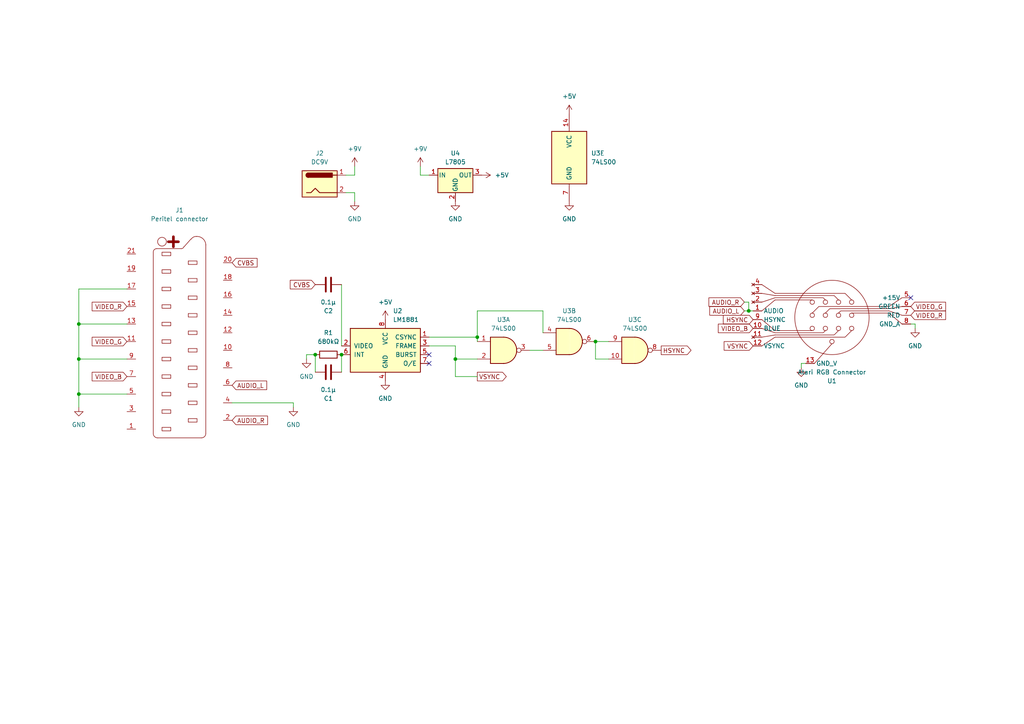
<source format=kicad_sch>
(kicad_sch (version 20230121) (generator eeschema)
  (paper "A4")
  (lib_symbols
    (symbol "74xx:74LS00" (pin_names (offset 1.016))
      (property "Reference" "U" (at 0 1.27 0))
      (property "Value" "74LS00" (at 0 -1.27 0))
      (symbol "74LS00_1_1"
        (arc (start 0 -3.81) (mid 3.7934 0) (end 0 3.81) (stroke (width 0.254)) (fill (type background)))
        (polyline (pts (xy 0 3.81) (xy -3.81 3.81) (xy -3.81 -3.81) (xy 0 -3.81)) (stroke (width 0.254)) (fill (type background)))
        (pin input line (at -7.62 2.54 0) (length 3.81) (name "~") (number "1"))
        (pin input line (at -7.62 -2.54 0) (length 3.81) (name "~") (number "2"))
        (pin output inverted (at 7.62 0 180) (length 3.81) (name "~") (number "3"))
      )
      (symbol "74LS00_1_2"
        (arc (start -3.81 -3.81) (mid -2.589 0) (end -3.81 3.81) (stroke (width 0.254)))
        (arc (start -0.6096 -3.81) (mid 2.1842 -2.5851) (end 3.81 0) (stroke (width 0.254)) (fill (type background)))
        (polyline (pts (xy -3.81 -3.81) (xy -0.635 -3.81)) (stroke (width 0.254)) (fill (type background)))
        (polyline (pts (xy -3.81 3.81) (xy -0.635 3.81)) (stroke (width 0.254)) (fill (type background)))
        (polyline (pts (xy -0.635 3.81) (xy -3.81 3.81) (xy -3.81 3.81) (xy -3.556 3.4036) (xy -3.0226 2.2606) (xy -2.6924 1.0414) (xy -2.6162 -0.254) (xy -2.7686 -1.4986) (xy -3.175 -2.7178) (xy -3.81 -3.81) (xy -3.81 -3.81) (xy -0.635 -3.81)) (stroke (width -25.4)) (fill (type background)))
        (arc (start 3.81 0) (mid 2.1915 2.5936) (end -0.6096 3.81) (stroke (width 0.254)) (fill (type background)))
        (pin input inverted (at -7.62 2.54 0) (length 4.318) (name "~") (number "1"))
        (pin input inverted (at -7.62 -2.54 0) (length 4.318) (name "~") (number "2"))
        (pin output line (at 7.62 0 180) (length 3.81) (name "~") (number "3"))
      )
      (symbol "74LS00_2_1"
        (arc (start 0 -3.81) (mid 3.7934 0) (end 0 3.81) (stroke (width 0.254)) (fill (type background)))
        (polyline (pts (xy 0 3.81) (xy -3.81 3.81) (xy -3.81 -3.81) (xy 0 -3.81)) (stroke (width 0.254)) (fill (type background)))
        (pin input line (at -7.62 2.54 0) (length 3.81) (name "~") (number "4"))
        (pin input line (at -7.62 -2.54 0) (length 3.81) (name "~") (number "5"))
        (pin output inverted (at 7.62 0 180) (length 3.81) (name "~") (number "6"))
      )
      (symbol "74LS00_2_2"
        (arc (start -3.81 -3.81) (mid -2.589 0) (end -3.81 3.81) (stroke (width 0.254)))
        (arc (start -0.6096 -3.81) (mid 2.1842 -2.5851) (end 3.81 0) (stroke (width 0.254)) (fill (type background)))
        (polyline (pts (xy -3.81 -3.81) (xy -0.635 -3.81)) (stroke (width 0.254)) (fill (type background)))
        (polyline (pts (xy -3.81 3.81) (xy -0.635 3.81)) (stroke (width 0.254)) (fill (type background)))
        (polyline (pts (xy -0.635 3.81) (xy -3.81 3.81) (xy -3.81 3.81) (xy -3.556 3.4036) (xy -3.0226 2.2606) (xy -2.6924 1.0414) (xy -2.6162 -0.254) (xy -2.7686 -1.4986) (xy -3.175 -2.7178) (xy -3.81 -3.81) (xy -3.81 -3.81) (xy -0.635 -3.81)) (stroke (width -25.4)) (fill (type background)))
        (arc (start 3.81 0) (mid 2.1915 2.5936) (end -0.6096 3.81) (stroke (width 0.254)) (fill (type background)))
        (pin input inverted (at -7.62 2.54 0) (length 4.318) (name "~") (number "4"))
        (pin input inverted (at -7.62 -2.54 0) (length 4.318) (name "~") (number "5"))
        (pin output line (at 7.62 0 180) (length 3.81) (name "~") (number "6"))
      )
      (symbol "74LS00_3_1"
        (arc (start 0 -3.81) (mid 3.7934 0) (end 0 3.81) (stroke (width 0.254)) (fill (type background)))
        (polyline (pts (xy 0 3.81) (xy -3.81 3.81) (xy -3.81 -3.81) (xy 0 -3.81)) (stroke (width 0.254)) (fill (type background)))
        (pin input line (at -7.62 -2.54 0) (length 3.81) (name "~") (number "10"))
        (pin output inverted (at 7.62 0 180) (length 3.81) (name "~") (number "8"))
        (pin input line (at -7.62 2.54 0) (length 3.81) (name "~") (number "9"))
      )
      (symbol "74LS00_3_2"
        (arc (start -3.81 -3.81) (mid -2.589 0) (end -3.81 3.81) (stroke (width 0.254)))
        (arc (start -0.6096 -3.81) (mid 2.1842 -2.5851) (end 3.81 0) (stroke (width 0.254)) (fill (type background)))
        (polyline (pts (xy -3.81 -3.81) (xy -0.635 -3.81)) (stroke (width 0.254)) (fill (type background)))
        (polyline (pts (xy -3.81 3.81) (xy -0.635 3.81)) (stroke (width 0.254)) (fill (type background)))
        (polyline (pts (xy -0.635 3.81) (xy -3.81 3.81) (xy -3.81 3.81) (xy -3.556 3.4036) (xy -3.0226 2.2606) (xy -2.6924 1.0414) (xy -2.6162 -0.254) (xy -2.7686 -1.4986) (xy -3.175 -2.7178) (xy -3.81 -3.81) (xy -3.81 -3.81) (xy -0.635 -3.81)) (stroke (width -25.4)) (fill (type background)))
        (arc (start 3.81 0) (mid 2.1915 2.5936) (end -0.6096 3.81) (stroke (width 0.254)) (fill (type background)))
        (pin input inverted (at -7.62 -2.54 0) (length 4.318) (name "~") (number "10"))
        (pin output line (at 7.62 0 180) (length 3.81) (name "~") (number "8"))
        (pin input inverted (at -7.62 2.54 0) (length 4.318) (name "~") (number "9"))
      )
      (symbol "74LS00_4_1"
        (arc (start 0 -3.81) (mid 3.7934 0) (end 0 3.81) (stroke (width 0.254)) (fill (type background)))
        (polyline (pts (xy 0 3.81) (xy -3.81 3.81) (xy -3.81 -3.81) (xy 0 -3.81)) (stroke (width 0.254)) (fill (type background)))
        (pin output inverted (at 7.62 0 180) (length 3.81) (name "~") (number "11"))
        (pin input line (at -7.62 2.54 0) (length 3.81) (name "~") (number "12"))
        (pin input line (at -7.62 -2.54 0) (length 3.81) (name "~") (number "13"))
      )
      (symbol "74LS00_4_2"
        (arc (start -3.81 -3.81) (mid -2.589 0) (end -3.81 3.81) (stroke (width 0.254)))
        (arc (start -0.6096 -3.81) (mid 2.1842 -2.5851) (end 3.81 0) (stroke (width 0.254)) (fill (type background)))
        (polyline (pts (xy -3.81 -3.81) (xy -0.635 -3.81)) (stroke (width 0.254)) (fill (type background)))
        (polyline (pts (xy -3.81 3.81) (xy -0.635 3.81)) (stroke (width 0.254)) (fill (type background)))
        (polyline (pts (xy -0.635 3.81) (xy -3.81 3.81) (xy -3.81 3.81) (xy -3.556 3.4036) (xy -3.0226 2.2606) (xy -2.6924 1.0414) (xy -2.6162 -0.254) (xy -2.7686 -1.4986) (xy -3.175 -2.7178) (xy -3.81 -3.81) (xy -3.81 -3.81) (xy -0.635 -3.81)) (stroke (width -25.4)) (fill (type background)))
        (arc (start 3.81 0) (mid 2.1915 2.5936) (end -0.6096 3.81) (stroke (width 0.254)) (fill (type background)))
        (pin output line (at 7.62 0 180) (length 3.81) (name "~") (number "11"))
        (pin input inverted (at -7.62 2.54 0) (length 4.318) (name "~") (number "12"))
        (pin input inverted (at -7.62 -2.54 0) (length 4.318) (name "~") (number "13"))
      )
      (symbol "74LS00_5_0"
        (pin power_in line (at 0 12.7 270) (length 5.08) (name "VCC") (number "14"))
        (pin power_in line (at 0 -12.7 90) (length 5.08) (name "GND") (number "7"))
      )
      (symbol "74LS00_5_1"
        (rectangle (start -5.08 7.62) (end 5.08 -7.62) (stroke (width 0.254)) (fill (type background)))
      )
    )
    (symbol "Connector:Barrel_Jack" (pin_names (offset 1.016))
      (property "Reference" "J" (at 0 5.334 0))
      (property "Value" "Barrel_Jack" (at 0 -5.08 0))
      (symbol "Barrel_Jack_0_1"
        (rectangle (start -5.08 3.81) (end 5.08 -3.81) (stroke (width 0.254)) (fill (type background)))
        (arc (start -3.302 3.175) (mid -3.9343 2.54) (end -3.302 1.905) (stroke (width 0.254)))
        (arc (start -3.302 3.175) (mid -3.9343 2.54) (end -3.302 1.905) (stroke (width 0.254)) (fill (type outline)))
        (polyline (pts (xy 5.08 2.54) (xy 3.81 2.54)) (stroke (width 0.254)))
        (polyline (pts (xy -3.81 -2.54) (xy -2.54 -2.54) (xy -1.27 -1.27) (xy 0 -2.54) (xy 2.54 -2.54) (xy 5.08 -2.54)) (stroke (width 0.254)))
        (rectangle (start 3.683 3.175) (end -3.302 1.905) (stroke (width 0.254)) (fill (type outline)))
      )
      (symbol "Barrel_Jack_1_1"
        (pin passive line (at 7.62 2.54 180) (length 2.54) (name "~") (number "1"))
        (pin passive line (at 7.62 -2.54 180) (length 2.54) (name "~") (number "2"))
      )
    )
    (symbol "Connector:SCART-F" (pin_names (offset 0.762) hide)
      (property "Reference" "J" (at 0 31.75 0))
      (property "Value" "SCART-F" (at 1.016 -29.21 0))
      (symbol "SCART-F_0_1"
        (arc (start -7.62 -26.67) (mid -7.248 -27.568) (end -6.35 -27.94))
        (arc (start -6.604 26.9494) (mid -7.3224 26.6518) (end -7.62 25.9334))
        (rectangle (start -5.08 -24.892) (end -2.54 -25.908))
        (rectangle (start -5.08 -19.812) (end -2.54 -20.828))
        (rectangle (start -5.08 -14.732) (end -2.54 -15.748))
        (rectangle (start -5.08 -9.652) (end -2.54 -10.668))
        (rectangle (start -5.08 -4.572) (end -2.54 -5.588))
        (rectangle (start -5.08 0.508) (end -2.54 -0.508))
        (rectangle (start -5.08 5.588) (end -2.54 4.572))
        (rectangle (start -5.08 10.668) (end -2.54 9.652))
        (rectangle (start -5.08 15.748) (end -2.54 14.732))
        (rectangle (start -5.08 20.828) (end -2.54 19.812))
        (rectangle (start -5.08 25.908) (end -2.54 24.892))
        (circle (center -5.08 28.956) (radius 1.27))
        (polyline (pts (xy -7.62 22.86) (xy -7.62 -26.67)))
        (polyline (pts (xy -7.62 22.86) (xy -7.62 24.13)))
        (polyline (pts (xy -7.62 24.6634) (xy -7.62 24.13)))
        (polyline (pts (xy -7.62 24.6634) (xy -7.62 25.9334)))
        (polyline (pts (xy -6.604 26.9494) (xy 0.508 26.9494)))
        (polyline (pts (xy -6.35 -27.94) (xy 6.35 -27.94)))
        (polyline (pts (xy 3.302 29.718) (xy 1.27 27.432)))
        (polyline (pts (xy 4.826 30.48) (xy 5.08 30.48)))
        (polyline (pts (xy 7.62 -26.67) (xy 7.62 28.2194)))
        (arc (start 0.508 26.924) (mid 0.9569 27.0702) (end 1.2192 27.4574))
        (rectangle (start 2.54 -22.352) (end 5.08 -23.368))
        (rectangle (start 2.54 -17.272) (end 5.08 -18.288))
        (rectangle (start 2.54 -12.192) (end 5.08 -13.208))
        (rectangle (start 2.54 -7.112) (end 5.08 -8.128))
        (rectangle (start 2.54 -2.032) (end 5.08 -3.048))
        (rectangle (start 2.54 3.048) (end 5.08 2.032))
        (rectangle (start 2.54 8.128) (end 5.08 7.112))
        (rectangle (start 2.54 13.208) (end 5.08 12.192))
        (rectangle (start 2.54 18.288) (end 5.08 17.272))
        (rectangle (start 2.54 23.368) (end 5.08 22.352))
        (arc (start 4.826 30.48) (mid 3.999 30.2726) (end 3.3782 29.6926))
        (arc (start 6.35 -27.94) (mid 7.248 -27.568) (end 7.62 -26.67))
        (arc (start 7.62 27.94) (mid 6.8761 29.7361) (end 5.08 30.48))
        (text "+" (at -1.778 29.21 0) (effects (font (size 3.81 3.81) bold)))
      )
      (symbol "SCART-F_1_1"
        (pin passive line (at -15.24 -25.4 0) (length 2.54) (name "P1") (number "1"))
        (pin passive line (at 15.24 -2.54 180) (length 2.54) (name "P10") (number "10"))
        (pin passive line (at -15.24 0 0) (length 2.54) (name "P11") (number "11"))
        (pin passive line (at 15.24 2.54 180) (length 2.54) (name "P12") (number "12"))
        (pin passive line (at -15.24 5.08 0) (length 2.54) (name "P13") (number "13"))
        (pin passive line (at 15.24 7.62 180) (length 2.54) (name "P14") (number "14"))
        (pin passive line (at -15.24 10.16 0) (length 2.54) (name "P15") (number "15"))
        (pin passive line (at 15.24 12.7 180) (length 2.54) (name "P16") (number "16"))
        (pin passive line (at -15.24 15.24 0) (length 2.54) (name "P17") (number "17"))
        (pin passive line (at 15.24 17.78 180) (length 2.54) (name "P18") (number "18"))
        (pin passive line (at -15.24 20.32 0) (length 2.54) (name "P19") (number "19"))
        (pin passive line (at 15.24 -22.86 180) (length 2.54) (name "P2") (number "2"))
        (pin passive line (at 15.24 22.86 180) (length 2.54) (name "P20") (number "20"))
        (pin passive line (at -15.24 25.4 0) (length 2.54) (name "P21") (number "21"))
        (pin passive line (at -15.24 -20.32 0) (length 2.54) (name "P3") (number "3"))
        (pin passive line (at 15.24 -17.78 180) (length 2.54) (name "P4") (number "4"))
        (pin passive line (at -15.24 -15.24 0) (length 2.54) (name "P5") (number "5"))
        (pin passive line (at 15.24 -12.7 180) (length 2.54) (name "P6") (number "6"))
        (pin passive line (at -15.24 -10.16 0) (length 2.54) (name "P7") (number "7"))
        (pin passive line (at 15.24 -7.62 180) (length 2.54) (name "P8") (number "8"))
        (pin passive line (at -15.24 -5.08 0) (length 2.54) (name "P9") (number "9"))
      )
    )
    (symbol "Device:C" (pin_numbers hide) (pin_names (offset 0.254))
      (property "Reference" "C" (at 0.635 2.54 0))
      (property "Value" "C" (at 0.635 -2.54 0))
      (symbol "C_0_1"
        (polyline (pts (xy -2.032 -0.762) (xy 2.032 -0.762)) (stroke (width 0.508)))
        (polyline (pts (xy -2.032 0.762) (xy 2.032 0.762)) (stroke (width 0.508)))
      )
      (symbol "C_1_1"
        (pin passive line (at 0 3.81 270) (length 2.794) (name "~") (number "1"))
        (pin passive line (at 0 -3.81 90) (length 2.794) (name "~") (number "2"))
      )
    )
    (symbol "Device:R" (pin_numbers hide) (pin_names (offset 0))
      (property "Reference" "R" (at 2.032 0 90))
      (property "Value" "R" (at 0 0 90))
      (symbol "R_0_1"
        (rectangle (start -1.016 -2.54) (end 1.016 2.54) (stroke (width 0.254)))
      )
      (symbol "R_1_1"
        (pin passive line (at 0 3.81 270) (length 1.27) (name "~") (number "1"))
        (pin passive line (at 0 -3.81 90) (length 1.27) (name "~") (number "2"))
      )
    )
    (symbol "Regulator_Linear:L7805" (pin_names (offset 0.254))
      (property "Reference" "U" (at -3.81 3.175 0))
      (property "Value" "L7805" (at 0 3.175 0))
      (symbol "L7805_0_1"
        (rectangle (start -5.08 1.905) (end 5.08 -5.08) (stroke (width 0.254)) (fill (type background)))
      )
      (symbol "L7805_1_1"
        (pin power_in line (at -7.62 0 0) (length 2.54) (name "IN") (number "1"))
        (pin power_in line (at 0 -7.62 90) (length 2.54) (name "GND") (number "2"))
        (pin power_out line (at 7.62 0 180) (length 2.54) (name "OUT") (number "3"))
      )
    )
    (symbol "Video:LM1881" (pin_names (offset 1.016))
      (property "Reference" "U" (at -8.89 8.89 0))
      (property "Value" "LM1881" (at 6.35 8.89 0))
      (symbol "LM1881_0_1"
        (rectangle (start -10.16 7.62) (end 10.16 -5.08) (stroke (width 0.254)) (fill (type background)))
      )
      (symbol "LM1881_1_1"
        (pin output line (at 12.7 5.08 180) (length 2.54) (name "CSYNC") (number "1"))
        (pin input line (at -12.7 2.54 0) (length 2.54) (name "VIDEO") (number "2"))
        (pin output line (at 12.7 2.54 180) (length 2.54) (name "FRAME") (number "3"))
        (pin power_in line (at 0 -7.62 90) (length 2.54) (name "GND") (number "4"))
        (pin output line (at 12.7 0 180) (length 2.54) (name "BURST") (number "5"))
        (pin input line (at -12.7 0 0) (length 2.54) (name "INT") (number "6"))
        (pin output line (at 12.7 -2.54 180) (length 2.54) (name "O/E") (number "7"))
        (pin power_in line (at 0 10.16 270) (length 2.54) (name "VCC") (number "8"))
      )
    )
    (symbol "power:+5V" (power) (pin_names (offset 0))
      (property "Value" "+5V" (at 0 3.556 0))
      (symbol "+5V_0_1"
        (polyline (pts (xy -0.762 1.27) (xy 0 2.54)))
        (polyline (pts (xy 0 0) (xy 0 2.54)))
        (polyline (pts (xy 0 2.54) (xy 0.762 1.27)))
      )
      (symbol "+5V_1_1"
        (pin power_in line (at 0 0 90) (length 0) hide (name "+5V") (number "1"))
      )
    )
    (symbol "power:+9V" (power) (pin_names (offset 0))
      (property "Value" "+9V" (at 0 3.556 0))
      (symbol "+9V_0_1"
        (polyline (pts (xy -0.762 1.27) (xy 0 2.54)))
        (polyline (pts (xy 0 0) (xy 0 2.54)))
        (polyline (pts (xy 0 2.54) (xy 0.762 1.27)))
      )
      (symbol "+9V_1_1"
        (pin power_in line (at 0 0 90) (length 0) hide (name "+9V") (number "1"))
      )
    )
    (symbol "power:GND" (power) (pin_names (offset 0))
      (property "Value" "GND" (at 0 -3.81 0))
      (symbol "GND_0_1"
        (polyline (pts (xy 0 0) (xy 0 -1.27) (xy 1.27 -1.27) (xy 0 -2.54) (xy -1.27 -1.27) (xy 0 -1.27)))
      )
      (symbol "GND_1_1"
        (pin power_in line (at 0 0 270) (length 0) hide (name "GND") (number "1"))
      )
    )
    (symbol "sc1224-scart:DIN-13"
      (property "Reference" "U" (at 0 -14.605 0))
      (property "Value" "DIN-13" (at 0 -12.7 0))
      (symbol "DIN-13_0_1"
        (circle (center -5.715 -5.08) (radius 0.635))
        (circle (center -5.715 -1.27) (radius 0.635))
        (circle (center -5.715 2.54) (radius 0.635))
        (circle (center -1.905 -5.08) (radius 0.635))
        (circle (center -1.905 -1.27) (radius 0.635))
        (circle (center -1.905 2.54) (radius 0.635))
        (circle (center 0 -0.635) (radius 10.7763))
        (polyline (pts (xy -20.32 -3.81) (xy -16.51 -3.175)))
        (polyline (pts (xy -20.32 -1.27) (xy -16.51 -2.54)))
        (polyline (pts (xy -20.32 1.27) (xy -16.51 -1.905)))
        (polyline (pts (xy -16.51 -3.81) (xy -20.32 -6.35)))
        (polyline (pts (xy -5.715 -1.905) (xy -16.51 -1.905)))
        (polyline (pts (xy 5.08 12.7) (xy 0 6.985)))
        (polyline (pts (xy 5.715 -5.715) (xy 16.51 -5.715)))
        (polyline (pts (xy 5.715 3.175) (xy 16.51 3.175)))
        (polyline (pts (xy 16.51 -7.62) (xy 20.32 -10.16)))
        (polyline (pts (xy 16.51 5.08) (xy 20.32 7.62)))
        (polyline (pts (xy 20.32 -7.62) (xy 16.51 -6.985)))
        (polyline (pts (xy 20.32 -5.08) (xy 16.51 -6.35)))
        (polyline (pts (xy 20.32 -2.54) (xy 16.51 -5.715)))
        (polyline (pts (xy 20.32 0) (xy 16.51 3.175)))
        (polyline (pts (xy 20.32 2.54) (xy 16.51 3.81)))
        (polyline (pts (xy 20.32 5.08) (xy 16.51 4.445)))
        (polyline (pts (xy -5.715 -5.715) (xy -3.81 -7.62) (xy 16.51 -7.62)))
        (polyline (pts (xy -5.715 3.175) (xy -3.81 5.08) (xy 16.51 5.08)))
        (polyline (pts (xy -1.905 -5.715) (xy -0.635 -6.985) (xy 16.51 -6.985)))
        (polyline (pts (xy -1.905 -1.905) (xy -2.54 -2.54) (xy -16.51 -2.54)))
        (polyline (pts (xy -1.905 3.175) (xy -0.635 4.445) (xy 16.51 4.445)))
        (polyline (pts (xy 1.905 -5.715) (xy 2.54 -6.35) (xy 16.51 -6.35)))
        (polyline (pts (xy 1.905 -1.905) (xy 0.635 -3.175) (xy -16.51 -3.175)))
        (polyline (pts (xy 1.905 3.175) (xy 2.54 3.81) (xy 16.51 3.81)))
        (polyline (pts (xy 5.715 -1.905) (xy 3.81 -3.81) (xy -16.51 -3.81)))
        (circle (center 0 6.35) (radius 0.635))
        (circle (center 1.905 -5.08) (radius 0.635))
        (circle (center 1.905 -1.27) (radius 0.635))
        (circle (center 1.905 2.54) (radius 0.635))
        (circle (center 5.715 -5.08) (radius 0.635))
        (circle (center 5.715 -1.27) (radius 0.635))
        (circle (center 5.715 2.54) (radius 0.635))
      )
      (symbol "DIN-13_1_1"
        (pin input line (at 22.86 -2.54 180) (length 2.54) (name "AUDIO") (number "1"))
        (pin input line (at 22.86 2.54 180) (length 2.54) (name "BLUE") (number "10"))
        (pin no_connect line (at 22.86 5.08 180) (length 2.54) (name "") (number "11"))
        (pin input line (at 22.86 7.62 180) (length 2.54) (name "VSYNC") (number "12"))
        (pin power_in line (at 7.62 12.7 180) (length 2.54) (name "GND_V") (number "13"))
        (pin no_connect line (at 22.86 -5.08 180) (length 2.54) (name "") (number "2"))
        (pin no_connect line (at 22.86 -7.62 180) (length 2.54) (name "") (number "3"))
        (pin no_connect line (at 22.86 -10.16 180) (length 2.54) (name "") (number "4"))
        (pin power_in line (at -22.86 -6.35 0) (length 2.54) (name "+15V") (number "5"))
        (pin input line (at -22.86 -3.81 0) (length 2.54) (name "GREEN") (number "6"))
        (pin input line (at -22.86 -1.27 0) (length 2.54) (name "RED") (number "7"))
        (pin power_in line (at -22.86 1.27 0) (length 2.54) (name "GND_A") (number "8"))
        (pin input line (at 22.86 0 180) (length 2.54) (name "HSYNC") (number "9"))
      )
    )
  )
  (junction (at 99.06 102.87))
  (junction (at 22.86 104.14))
  (junction (at 22.86 93.98))
  (junction (at 22.86 114.3))
  (junction (at 217.17 90.17))
  (junction (at 138.43 97.79))
  (junction (at 91.44 102.87))
  (junction (at 132.08 104.14))
  (junction (at 172.72 99.06))
  (no_connect (at 124.46 105.41))
  (no_connect (at 264.16 86.36))
  (no_connect (at 124.46 102.87))
  (wire (pts (xy 100.33 55.88) (xy 102.87 55.88)))
  (wire (pts (xy 215.9 90.17) (xy 217.17 90.17)))
  (wire (pts (xy 22.86 93.98) (xy 22.86 104.14)))
  (wire (pts (xy 138.43 90.17) (xy 157.48 90.17)))
  (wire (pts (xy 22.86 104.14) (xy 36.83 104.14)))
  (wire (pts (xy 153.67 101.6) (xy 157.48 101.6)))
  (wire (pts (xy 88.9 102.87) (xy 91.44 102.87)))
  (wire (pts (xy 232.41 106.68) (xy 232.41 105.41)))
  (wire (pts (xy 85.09 116.84) (xy 67.31 116.84)))
  (wire (pts (xy 172.72 104.14) (xy 176.53 104.14)))
  (wire (pts (xy 22.86 114.3) (xy 22.86 118.11)))
  (wire (pts (xy 132.08 104.14) (xy 138.43 104.14)))
  (wire (pts (xy 138.43 97.79) (xy 138.43 99.06)))
  (wire (pts (xy 217.17 90.17) (xy 217.17 87.63)))
  (wire (pts (xy 132.08 100.33) (xy 132.08 104.14)))
  (wire (pts (xy 121.92 48.26) (xy 121.92 50.8)))
  (wire (pts (xy 124.46 97.79) (xy 138.43 97.79)))
  (wire (pts (xy 172.72 99.06) (xy 172.72 104.14)))
  (wire (pts (xy 265.43 93.98) (xy 264.16 93.98)))
  (wire (pts (xy 124.46 100.33) (xy 132.08 100.33)))
  (wire (pts (xy 99.06 82.55) (xy 99.06 100.33)))
  (wire (pts (xy 121.92 50.8) (xy 124.46 50.8)))
  (wire (pts (xy 22.86 104.14) (xy 22.86 114.3)))
  (wire (pts (xy 132.08 104.14) (xy 132.08 109.22)))
  (wire (pts (xy 99.06 102.87) (xy 99.06 107.95)))
  (wire (pts (xy 91.44 102.87) (xy 91.44 107.95)))
  (wire (pts (xy 265.43 93.98) (xy 265.43 95.25)))
  (wire (pts (xy 102.87 50.8) (xy 102.87 48.26)))
  (wire (pts (xy 172.72 99.06) (xy 176.53 99.06)))
  (wire (pts (xy 22.86 114.3) (xy 36.83 114.3)))
  (wire (pts (xy 157.48 90.17) (xy 157.48 96.52)))
  (wire (pts (xy 217.17 87.63) (xy 215.9 87.63)))
  (wire (pts (xy 132.08 109.22) (xy 138.43 109.22)))
  (wire (pts (xy 22.86 93.98) (xy 36.83 93.98)))
  (wire (pts (xy 22.86 83.82) (xy 36.83 83.82)))
  (wire (pts (xy 232.41 105.41) (xy 233.68 105.41)))
  (wire (pts (xy 218.44 90.17) (xy 217.17 90.17)))
  (wire (pts (xy 88.9 104.14) (xy 88.9 102.87)))
  (wire (pts (xy 138.43 97.79) (xy 138.43 90.17)))
  (wire (pts (xy 85.09 118.11) (xy 85.09 116.84)))
  (wire (pts (xy 102.87 55.88) (xy 102.87 58.42)))
  (wire (pts (xy 22.86 83.82) (xy 22.86 93.98)))
  (wire (pts (xy 100.33 50.8) (xy 102.87 50.8)))
  (global_label "AUDIO_R" (shape input) (at 215.9 87.63 180) (property "Intersheetrefs" "${INTERSHEET_REFS}" (effects hide)))
  (global_label "VIDEO_R" (shape input) (at 36.83 88.9 180) (property "Intersheetrefs" "${INTERSHEET_REFS}" (effects hide)))
  (global_label "CVBS" (shape input) (at 91.44 82.55 180) (property "Intersheetrefs" "${INTERSHEET_REFS}" (effects hide)))
  (global_label "CVBS" (shape input) (at 67.31 76.2 0) (property "Intersheetrefs" "${INTERSHEET_REFS}" (effects hide)))
  (global_label "VIDEO_G" (shape input) (at 36.83 99.06 180) (property "Intersheetrefs" "${INTERSHEET_REFS}" (effects hide)))
  (global_label "VIDEO_G" (shape input) (at 264.16 88.9 0) (property "Intersheetrefs" "${INTERSHEET_REFS}" (effects hide)))
  (global_label "HSYNC" (shape output) (at 191.77 101.6 0) (property "Intersheetrefs" "${INTERSHEET_REFS}" (effects hide)))
  (global_label "VSYNC" (shape input) (at 218.44 100.33 180) (property "Intersheetrefs" "${INTERSHEET_REFS}" (effects hide)))
  (global_label "AUDIO_R" (shape input) (at 67.31 121.92 0) (property "Intersheetrefs" "${INTERSHEET_REFS}" (effects hide)))
  (global_label "VIDEO_B" (shape input) (at 218.44 95.25 180) (property "Intersheetrefs" "${INTERSHEET_REFS}" (effects hide)))
  (global_label "VIDEO_R" (shape input) (at 264.16 91.44 0) (property "Intersheetrefs" "${INTERSHEET_REFS}" (effects hide)))
  (global_label "VSYNC" (shape output) (at 138.43 109.22 0) (property "Intersheetrefs" "${INTERSHEET_REFS}" (effects hide)))
  (global_label "VIDEO_B" (shape input) (at 36.83 109.22 180) (property "Intersheetrefs" "${INTERSHEET_REFS}" (effects hide)))
  (global_label "AUDIO_L" (shape input) (at 215.9 90.17 180) (property "Intersheetrefs" "${INTERSHEET_REFS}" (effects hide)))
  (global_label "AUDIO_L" (shape input) (at 67.31 111.76 0) (property "Intersheetrefs" "${INTERSHEET_REFS}" (effects hide)))
  (global_label "HSYNC" (shape input) (at 218.44 92.71 180) (property "Intersheetrefs" "${INTERSHEET_REFS}" (effects hide)))
  (symbol (lib_id "Device:C") (at 95.25 82.55 90) (unit 1)
    (property "Reference" "C2" (at 95.25 90.17 90))
    (property "Value" "0.1µ" (at 95.25 87.63 90))
    (property "Footprint" "Capacitor_Tantalum_SMD:CP_EIA-2012-15_AVX-P_Pad1.30x1.05mm_HandSolder" (effects hide))
  )
  (symbol (lib_id "Device:C") (at 95.25 107.95 90) (unit 1)
    (property "Reference" "C1" (at 95.25 115.57 90))
    (property "Value" "0.1µ" (at 95.25 113.03 90))
    (property "Footprint" "Capacitor_Tantalum_SMD:CP_EIA-2012-15_AVX-P_Pad1.30x1.05mm_HandSolder" (effects hide))
  )
  (symbol (lib_id "power:GND") (at 85.09 118.11 0) (unit 1)
    (property "Reference" "#PWR013" (effects hide))
    (property "Value" "GND" (at 85.09 123.19 0))
  )
  (symbol (lib_id "Device:R") (at 95.25 102.87 90) (unit 1)
    (property "Reference" "R1" (at 95.25 96.52 90))
    (property "Value" "680kΩ" (at 95.25 99.06 90))
    (property "Footprint" "Resistor_SMD:R_0805_2012Metric_Pad1.20x1.40mm_HandSolder" (effects hide))
  )
  (symbol (lib_id "74xx:74LS00") (at 184.15 101.6 0) (unit 3)
    (property "Reference" "U3" (at 184.1417 92.71 0))
    (property "Value" "74LS00" (at 184.1417 95.25 0))
    (property "Footprint" "Package_SO:SSOP-14_5.3x6.2mm_P0.65mm" (effects hide))
    (property "Datasheet" "http://www.ti.com/lit/gpn/sn74ls00" (effects hide))
  )
  (symbol (lib_id "power:GND") (at 165.1 58.42 0) (unit 1)
    (property "Reference" "#PWR05" (effects hide))
    (property "Value" "GND" (at 165.1 63.5 0))
  )
  (symbol (lib_id "power:+5V") (at 111.76 92.71 0) (unit 1)
    (property "Reference" "#PWR08" (effects hide))
    (property "Value" "+5V" (at 111.76 87.63 0))
  )
  (symbol (lib_id "power:+9V") (at 121.92 48.26 0) (unit 1)
    (property "Reference" "#PWR014" (effects hide))
    (property "Value" "+9V" (at 121.92 43.18 0))
  )
  (symbol (lib_id "Regulator_Linear:L7805") (at 132.08 50.8 0) (unit 1)
    (property "Reference" "U4" (at 132.08 44.45 0))
    (property "Value" "L7805" (at 132.08 46.99 0))
    (property "Footprint" "Connector_PinHeader_2.54mm:PinHeader_1x03_P2.54mm_Vertical" (effects hide))
    (property "Datasheet" "http://www.st.com/content/ccc/resource/technical/document/datasheet/41/4f/b3/b0/12/d4/47/88/CD00000444.pdf/files/CD00000444.pdf/jcr:content/translations/en.CD00000444.pdf" (effects hide))
  )
  (symbol (lib_id "power:GND") (at 102.87 58.42 0) (unit 1)
    (property "Reference" "#PWR015" (effects hide))
    (property "Value" "GND" (at 102.87 63.5 0))
  )
  (symbol (lib_id "74xx:74LS00") (at 165.1 45.72 0) (unit 5)
    (property "Reference" "U3" (at 171.45 44.45 0) (effects (justify left)))
    (property "Value" "74LS00" (at 171.45 46.99 0) (effects (justify left)))
    (property "Footprint" "Package_SO:SSOP-14_5.3x6.2mm_P0.65mm" (effects hide))
    (property "Datasheet" "http://www.ti.com/lit/gpn/sn74ls00" (effects hide))
  )
  (symbol (lib_id "Connector:Barrel_Jack") (at 92.71 53.34 0) (unit 1)
    (property "Reference" "J2" (at 92.71 44.45 0))
    (property "Value" "DC9V" (at 92.71 46.99 0))
    (property "Footprint" "Connector_BarrelJack:BarrelJack_Wuerth_6941xx301002" (effects hide))
  )
  (symbol (lib_id "power:+9V") (at 102.87 48.26 0) (unit 1)
    (property "Reference" "#PWR03" (effects hide))
    (property "Value" "+9V" (at 102.87 43.18 0))
  )
  (symbol (lib_id "power:GND") (at 111.76 110.49 0) (unit 1)
    (property "Reference" "#PWR09" (effects hide))
    (property "Value" "GND" (at 111.76 115.57 0))
  )
  (symbol (lib_id "power:GND") (at 132.08 58.42 0) (unit 1)
    (property "Reference" "#PWR06" (effects hide))
    (property "Value" "GND" (at 132.08 63.5 0))
  )
  (symbol (lib_id "power:+5V") (at 165.1 33.02 0) (unit 1)
    (property "Reference" "#PWR07" (effects hide))
    (property "Value" "+5V" (at 165.1 27.94 0))
  )
  (symbol (lib_id "power:+5V") (at 139.7 50.8 270) (unit 1)
    (property "Reference" "#PWR04" (effects hide))
    (property "Value" "+5V" (at 143.51 50.8 90) (effects (justify left)))
  )
  (symbol (lib_id "74xx:74LS00") (at 165.1 99.06 0) (unit 2)
    (property "Reference" "U3" (at 165.0917 90.17 0))
    (property "Value" "74LS00" (at 165.0917 92.71 0))
    (property "Footprint" "Package_SO:SSOP-14_5.3x6.2mm_P0.65mm" (effects hide))
    (property "Datasheet" "http://www.ti.com/lit/gpn/sn74ls00" (effects hide))
  )
  (symbol (lib_id "power:GND") (at 265.43 95.25 0) (unit 1)
    (property "Reference" "#PWR02" (effects hide))
    (property "Value" "GND" (at 265.43 100.33 0))
  )
  (symbol (lib_id "Video:LM1881") (at 111.76 102.87 0) (unit 1)
    (property "Reference" "U2" (at 113.9541 90.17 0) (effects (justify left)))
    (property "Value" "LM1881" (at 113.9541 92.71 0) (effects (justify left)))
    (property "Footprint" "Package_SO:SOIC-8_3.9x4.9mm_P1.27mm" (effects hide))
  )
  (symbol (lib_id "74xx:74LS00") (at 146.05 101.6 0) (unit 1)
    (property "Reference" "U3" (at 146.0417 92.71 0))
    (property "Value" "74LS00" (at 146.0417 95.25 0))
    (property "Footprint" "Package_SO:SSOP-14_5.3x6.2mm_P0.65mm" (effects hide))
    (property "Datasheet" "http://www.ti.com/lit/gpn/sn74ls00" (effects hide))
  )
  (symbol (lib_id "Connector:SCART-F") (at 52.07 99.06 0) (unit 1)
    (property "Reference" "J1" (at 52.07 60.96 0))
    (property "Value" "Peritel connector" (at 52.07 63.5 0))
    (property "Footprint" "sc1224-scart:SCART" (effects hide))
    (property "Datasheet" " ~" (effects hide))
  )
  (symbol (lib_id "power:GND") (at 88.9 104.14 0) (unit 1)
    (property "Reference" "#PWR010" (effects hide))
    (property "Value" "GND" (at 88.9 109.22 0))
  )
  (symbol (lib_id "sc1224-scart:DIN-13") (at 241.3 92.71 180) (unit 1)
    (property "Reference" "U1" (at 241.3 110.49 0))
    (property "Value" "Atari RGB Connector" (at 241.3 107.95 0))
    (property "Footprint" "sc1224-scart:DIN-13" (effects hide))
  )
  (symbol (lib_id "power:GND") (at 232.41 106.68 0) (unit 1)
    (property "Reference" "#PWR01" (effects hide))
    (property "Value" "GND" (at 232.41 111.76 0))
  )
  (symbol (lib_id "power:GND") (at 22.86 118.11 0) (unit 1)
    (property "Reference" "#PWR012" (effects hide))
    (property "Value" "GND" (at 22.86 123.19 0))
  )
)
</source>
